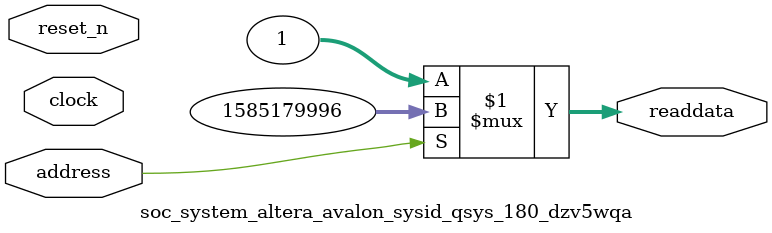
<source format=v>



// synthesis translate_off
`timescale 1ns / 1ps
// synthesis translate_on

// turn off superfluous verilog processor warnings 
// altera message_level Level1 
// altera message_off 10034 10035 10036 10037 10230 10240 10030 

module soc_system_altera_avalon_sysid_qsys_180_dzv5wqa (
               // inputs:
                address,
                clock,
                reset_n,

               // outputs:
                readdata
             )
;

  output  [ 31: 0] readdata;
  input            address;
  input            clock;
  input            reset_n;

  wire    [ 31: 0] readdata;
  //control_slave, which is an e_avalon_slave
  assign readdata = address ? 1585179996 : 1;

endmodule



</source>
